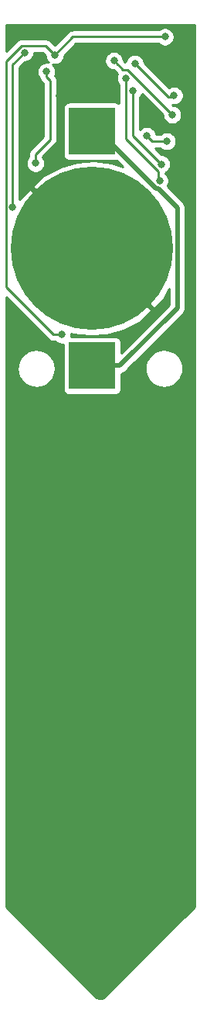
<source format=gbr>
G04 #@! TF.GenerationSoftware,KiCad,Pcbnew,(5.1.2-1)-1*
G04 #@! TF.CreationDate,2021-04-07T08:52:45+02:00*
G04 #@! TF.ProjectId,parasite,70617261-7369-4746-952e-6b696361645f,1.0.0*
G04 #@! TF.SameCoordinates,Original*
G04 #@! TF.FileFunction,Copper,L2,Bot*
G04 #@! TF.FilePolarity,Positive*
%FSLAX46Y46*%
G04 Gerber Fmt 4.6, Leading zero omitted, Abs format (unit mm)*
G04 Created by KiCad (PCBNEW (5.1.2-1)-1) date 2021-04-07 08:52:45*
%MOMM*%
%LPD*%
G04 APERTURE LIST*
%ADD10C,17.800000*%
%ADD11R,5.100000X5.100000*%
%ADD12C,0.800000*%
%ADD13C,0.250000*%
%ADD14C,0.500000*%
%ADD15C,0.254000*%
G04 APERTURE END LIST*
D10*
X67100000Y-54900000D03*
D11*
X67100000Y-42100000D03*
X67100000Y-67700000D03*
D12*
X68700000Y-60700000D03*
X65800000Y-61100000D03*
X74800000Y-53800000D03*
X74800000Y-54700000D03*
X71300000Y-52400000D03*
X72200000Y-52400000D03*
X63500000Y-51400000D03*
X63500000Y-50500000D03*
X63500000Y-49600000D03*
X67198744Y-55038241D03*
X64100000Y-55237500D03*
X65862500Y-55237500D03*
X63500000Y-38200000D03*
X64700000Y-38200000D03*
X65800000Y-38200000D03*
X67100000Y-38200000D03*
X67100000Y-67700000D03*
X67800000Y-67000000D03*
X68550000Y-66250000D03*
X63000000Y-33800000D03*
X75100000Y-31800000D03*
X63800000Y-64300000D03*
X62100000Y-35600000D03*
X60900000Y-45600000D03*
X58400000Y-50400000D03*
X59699999Y-33500000D03*
X71800000Y-34700000D03*
X76100000Y-38200000D03*
X69500000Y-34400000D03*
X75900000Y-40300000D03*
X69500000Y-34400000D03*
X75300000Y-43200000D03*
X73119000Y-42600000D03*
X74700000Y-45700000D03*
X71600000Y-37700000D03*
X70800000Y-36300000D03*
X74493886Y-47510431D03*
D13*
X63225000Y-38275000D02*
X63300000Y-38200000D01*
X63200000Y-38200000D02*
X64500000Y-38200000D01*
X65800000Y-38200000D02*
X67100000Y-38200000D01*
D14*
X76450001Y-61399999D02*
X76450001Y-50450001D01*
X70150000Y-67700000D02*
X76450001Y-61399999D01*
X67100000Y-67700000D02*
X70150000Y-67700000D01*
X67825453Y-42100000D02*
X67100000Y-42100000D01*
X74085885Y-48360432D02*
X67825453Y-42100000D01*
X74360432Y-48360432D02*
X74085885Y-48360432D01*
X76450001Y-50450001D02*
X74360432Y-48360432D01*
D13*
X65000000Y-31800000D02*
X75100000Y-31800000D01*
X63000000Y-33800000D02*
X65000000Y-31800000D01*
X62846998Y-64300000D02*
X63800000Y-64300000D01*
X59351998Y-32774999D02*
X57674999Y-34451998D01*
X57674999Y-59128001D02*
X62846998Y-64300000D01*
X57674999Y-34451998D02*
X57674999Y-59128001D01*
X61974999Y-32774999D02*
X59351998Y-32774999D01*
X63000000Y-33800000D02*
X61974999Y-32774999D01*
X62100000Y-36165685D02*
X62500000Y-36565685D01*
X62100000Y-35600000D02*
X62100000Y-36165685D01*
X62500000Y-36565685D02*
X62500000Y-43000000D01*
X62500000Y-43000000D02*
X60900000Y-44600000D01*
X60900000Y-44600000D02*
X60900000Y-45600000D01*
X58400000Y-34799999D02*
X58400000Y-50400000D01*
X59699999Y-33500000D02*
X58400000Y-34799999D01*
X71800000Y-34700000D02*
X75500000Y-38400000D01*
X75900000Y-38400000D02*
X76100000Y-38200000D01*
X75500000Y-38400000D02*
X75900000Y-38400000D01*
X71000001Y-35400001D02*
X75900000Y-40300000D01*
X69500000Y-34400000D02*
X69899999Y-34799999D01*
X70500001Y-35400001D02*
X69500000Y-34400000D01*
X71000001Y-35400001D02*
X70500001Y-35400001D01*
X73719000Y-43200000D02*
X73119000Y-42600000D01*
X75300000Y-43200000D02*
X73719000Y-43200000D01*
X74700000Y-45700000D02*
X71600000Y-42600000D01*
X71600000Y-42600000D02*
X71600000Y-37700000D01*
X74400000Y-47500000D02*
X74400000Y-46500000D01*
X74400000Y-46500000D02*
X70800000Y-42900000D01*
X70800000Y-42900000D02*
X70800000Y-36300000D01*
D15*
G36*
X78340001Y-126726618D02*
G01*
X68556139Y-136510479D01*
X68417802Y-136624109D01*
X68288623Y-136693375D01*
X68148451Y-136736230D01*
X68002623Y-136751043D01*
X67856695Y-136737248D01*
X67716222Y-136695371D01*
X67586563Y-136627010D01*
X67448982Y-136515599D01*
X57660000Y-126726620D01*
X57660000Y-68029240D01*
X58905990Y-68029240D01*
X58951550Y-68435412D01*
X59075134Y-68824999D01*
X59272036Y-69183162D01*
X59534755Y-69496259D01*
X59853285Y-69752364D01*
X60215494Y-69941721D01*
X60607583Y-70057120D01*
X61014620Y-70094163D01*
X61421100Y-70051440D01*
X61811541Y-69930579D01*
X62171070Y-69736182D01*
X62485993Y-69475655D01*
X62744315Y-69158920D01*
X62936197Y-68798043D01*
X63054330Y-68406768D01*
X63094214Y-68000000D01*
X63093397Y-67941526D01*
X63042171Y-67536030D01*
X62913160Y-67148206D01*
X62711276Y-66792827D01*
X62444211Y-66483429D01*
X62122136Y-66231797D01*
X61757319Y-66047514D01*
X61363656Y-65937602D01*
X60956142Y-65906245D01*
X60550298Y-65954639D01*
X60161583Y-66080940D01*
X59804804Y-66280338D01*
X59493549Y-66545237D01*
X59239674Y-66865547D01*
X59052849Y-67229068D01*
X58940191Y-67621954D01*
X58905990Y-68029240D01*
X57660000Y-68029240D01*
X57660000Y-60187803D01*
X62283199Y-64811003D01*
X62306997Y-64840001D01*
X62335995Y-64863799D01*
X62422721Y-64934974D01*
X62554751Y-65005546D01*
X62698012Y-65049003D01*
X62809665Y-65060000D01*
X62809674Y-65060000D01*
X62846997Y-65063676D01*
X62884320Y-65060000D01*
X63096289Y-65060000D01*
X63140226Y-65103937D01*
X63309744Y-65217205D01*
X63498102Y-65295226D01*
X63698061Y-65335000D01*
X63901939Y-65335000D01*
X63911928Y-65333013D01*
X63911928Y-70250000D01*
X63924188Y-70374482D01*
X63960498Y-70494180D01*
X64019463Y-70604494D01*
X64098815Y-70701185D01*
X64195506Y-70780537D01*
X64305820Y-70839502D01*
X64425518Y-70875812D01*
X64550000Y-70888072D01*
X69650000Y-70888072D01*
X69774482Y-70875812D01*
X69894180Y-70839502D01*
X70004494Y-70780537D01*
X70101185Y-70701185D01*
X70180537Y-70604494D01*
X70239502Y-70494180D01*
X70275812Y-70374482D01*
X70288072Y-70250000D01*
X70288072Y-68575683D01*
X70323490Y-68572195D01*
X70490313Y-68521589D01*
X70644059Y-68439411D01*
X70778817Y-68328817D01*
X70806534Y-68295044D01*
X71072338Y-68029240D01*
X72905990Y-68029240D01*
X72951550Y-68435412D01*
X73075134Y-68824999D01*
X73272036Y-69183162D01*
X73534755Y-69496259D01*
X73853285Y-69752364D01*
X74215494Y-69941721D01*
X74607583Y-70057120D01*
X75014620Y-70094163D01*
X75421100Y-70051440D01*
X75811541Y-69930579D01*
X76171070Y-69736182D01*
X76485993Y-69475655D01*
X76744315Y-69158920D01*
X76936197Y-68798043D01*
X77054330Y-68406768D01*
X77094214Y-68000000D01*
X77093397Y-67941526D01*
X77042171Y-67536030D01*
X76913160Y-67148206D01*
X76711276Y-66792827D01*
X76444211Y-66483429D01*
X76122136Y-66231797D01*
X75757319Y-66047514D01*
X75363656Y-65937602D01*
X74956142Y-65906245D01*
X74550298Y-65954639D01*
X74161583Y-66080940D01*
X73804804Y-66280338D01*
X73493549Y-66545237D01*
X73239674Y-66865547D01*
X73052849Y-67229068D01*
X72940191Y-67621954D01*
X72905990Y-68029240D01*
X71072338Y-68029240D01*
X77045052Y-62056527D01*
X77078818Y-62028816D01*
X77189412Y-61894058D01*
X77271590Y-61740312D01*
X77322196Y-61573489D01*
X77335001Y-61443476D01*
X77335001Y-61443468D01*
X77339282Y-61399999D01*
X77335001Y-61356530D01*
X77335001Y-50493470D01*
X77339282Y-50450001D01*
X77335001Y-50406532D01*
X77335001Y-50406524D01*
X77322196Y-50276511D01*
X77271590Y-50109688D01*
X77189412Y-49955942D01*
X77078818Y-49821184D01*
X77045050Y-49793471D01*
X75347474Y-48095896D01*
X75411091Y-48000687D01*
X75489112Y-47812329D01*
X75528886Y-47612370D01*
X75528886Y-47408492D01*
X75489112Y-47208533D01*
X75411091Y-47020175D01*
X75297823Y-46850657D01*
X75160000Y-46712834D01*
X75160000Y-46629738D01*
X75190256Y-46617205D01*
X75359774Y-46503937D01*
X75503937Y-46359774D01*
X75617205Y-46190256D01*
X75695226Y-46001898D01*
X75735000Y-45801939D01*
X75735000Y-45598061D01*
X75695226Y-45398102D01*
X75617205Y-45209744D01*
X75503937Y-45040226D01*
X75359774Y-44896063D01*
X75190256Y-44782795D01*
X75001898Y-44704774D01*
X74801939Y-44665000D01*
X74739802Y-44665000D01*
X74034802Y-43960000D01*
X74596289Y-43960000D01*
X74640226Y-44003937D01*
X74809744Y-44117205D01*
X74998102Y-44195226D01*
X75198061Y-44235000D01*
X75401939Y-44235000D01*
X75601898Y-44195226D01*
X75790256Y-44117205D01*
X75959774Y-44003937D01*
X76103937Y-43859774D01*
X76217205Y-43690256D01*
X76295226Y-43501898D01*
X76335000Y-43301939D01*
X76335000Y-43098061D01*
X76295226Y-42898102D01*
X76217205Y-42709744D01*
X76103937Y-42540226D01*
X75959774Y-42396063D01*
X75790256Y-42282795D01*
X75601898Y-42204774D01*
X75401939Y-42165000D01*
X75198061Y-42165000D01*
X74998102Y-42204774D01*
X74809744Y-42282795D01*
X74640226Y-42396063D01*
X74596289Y-42440000D01*
X74142451Y-42440000D01*
X74114226Y-42298102D01*
X74036205Y-42109744D01*
X73922937Y-41940226D01*
X73778774Y-41796063D01*
X73609256Y-41682795D01*
X73420898Y-41604774D01*
X73220939Y-41565000D01*
X73017061Y-41565000D01*
X72817102Y-41604774D01*
X72628744Y-41682795D01*
X72459226Y-41796063D01*
X72360000Y-41895289D01*
X72360000Y-38403711D01*
X72403937Y-38359774D01*
X72517205Y-38190256D01*
X72575271Y-38050073D01*
X74865000Y-40339802D01*
X74865000Y-40401939D01*
X74904774Y-40601898D01*
X74982795Y-40790256D01*
X75096063Y-40959774D01*
X75240226Y-41103937D01*
X75409744Y-41217205D01*
X75598102Y-41295226D01*
X75798061Y-41335000D01*
X76001939Y-41335000D01*
X76201898Y-41295226D01*
X76390256Y-41217205D01*
X76559774Y-41103937D01*
X76703937Y-40959774D01*
X76817205Y-40790256D01*
X76895226Y-40601898D01*
X76935000Y-40401939D01*
X76935000Y-40198061D01*
X76895226Y-39998102D01*
X76817205Y-39809744D01*
X76703937Y-39640226D01*
X76559774Y-39496063D01*
X76390256Y-39382795D01*
X76201898Y-39304774D01*
X76001939Y-39265000D01*
X75939802Y-39265000D01*
X75887887Y-39213085D01*
X75998061Y-39235000D01*
X76201939Y-39235000D01*
X76401898Y-39195226D01*
X76590256Y-39117205D01*
X76759774Y-39003937D01*
X76903937Y-38859774D01*
X77017205Y-38690256D01*
X77095226Y-38501898D01*
X77135000Y-38301939D01*
X77135000Y-38098061D01*
X77095226Y-37898102D01*
X77017205Y-37709744D01*
X76903937Y-37540226D01*
X76759774Y-37396063D01*
X76590256Y-37282795D01*
X76401898Y-37204774D01*
X76201939Y-37165000D01*
X75998061Y-37165000D01*
X75798102Y-37204774D01*
X75609744Y-37282795D01*
X75518538Y-37343736D01*
X72835000Y-34660199D01*
X72835000Y-34598061D01*
X72795226Y-34398102D01*
X72717205Y-34209744D01*
X72603937Y-34040226D01*
X72459774Y-33896063D01*
X72290256Y-33782795D01*
X72101898Y-33704774D01*
X71901939Y-33665000D01*
X71698061Y-33665000D01*
X71498102Y-33704774D01*
X71309744Y-33782795D01*
X71140226Y-33896063D01*
X70996063Y-34040226D01*
X70882795Y-34209744D01*
X70804774Y-34398102D01*
X70766305Y-34591503D01*
X70535000Y-34360199D01*
X70535000Y-34298061D01*
X70495226Y-34098102D01*
X70417205Y-33909744D01*
X70303937Y-33740226D01*
X70159774Y-33596063D01*
X69990256Y-33482795D01*
X69801898Y-33404774D01*
X69601939Y-33365000D01*
X69398061Y-33365000D01*
X69198102Y-33404774D01*
X69009744Y-33482795D01*
X68840226Y-33596063D01*
X68696063Y-33740226D01*
X68582795Y-33909744D01*
X68504774Y-34098102D01*
X68465000Y-34298061D01*
X68465000Y-34501939D01*
X68504774Y-34701898D01*
X68582795Y-34890256D01*
X68696063Y-35059774D01*
X68840226Y-35203937D01*
X69009744Y-35317205D01*
X69198102Y-35395226D01*
X69398061Y-35435000D01*
X69460199Y-35435000D01*
X69868779Y-35843581D01*
X69804774Y-35998102D01*
X69765000Y-36198061D01*
X69765000Y-36401939D01*
X69804774Y-36601898D01*
X69882795Y-36790256D01*
X69996063Y-36959774D01*
X70040001Y-37003712D01*
X70040001Y-39048602D01*
X70004494Y-39019463D01*
X69894180Y-38960498D01*
X69774482Y-38924188D01*
X69650000Y-38911928D01*
X64550000Y-38911928D01*
X64425518Y-38924188D01*
X64305820Y-38960498D01*
X64195506Y-39019463D01*
X64098815Y-39098815D01*
X64019463Y-39195506D01*
X63960498Y-39305820D01*
X63924188Y-39425518D01*
X63911928Y-39550000D01*
X63911928Y-44650000D01*
X63924188Y-44774482D01*
X63960498Y-44894180D01*
X64019463Y-45004494D01*
X64098815Y-45101185D01*
X64195506Y-45180537D01*
X64305820Y-45239502D01*
X64425518Y-45275812D01*
X64550000Y-45288072D01*
X69650000Y-45288072D01*
X69751910Y-45278035D01*
X70433997Y-45960123D01*
X69212984Y-45554762D01*
X67349218Y-45322106D01*
X65475875Y-45457522D01*
X63664946Y-45955808D01*
X61986024Y-46797814D01*
X61571590Y-47074730D01*
X60527775Y-48148170D01*
X67100000Y-54720395D01*
X67114143Y-54706253D01*
X67293748Y-54885858D01*
X67279605Y-54900000D01*
X73851830Y-61472225D01*
X74925270Y-60428410D01*
X75565001Y-59302989D01*
X75565001Y-61033420D01*
X70288072Y-66310350D01*
X70288072Y-65150000D01*
X70275812Y-65025518D01*
X70239502Y-64905820D01*
X70180537Y-64795506D01*
X70101185Y-64698815D01*
X70004494Y-64619463D01*
X69894180Y-64560498D01*
X69774482Y-64524188D01*
X69650000Y-64511928D01*
X64813122Y-64511928D01*
X64835000Y-64401939D01*
X64835000Y-64198061D01*
X64834299Y-64194538D01*
X64987016Y-64245238D01*
X66850782Y-64477894D01*
X68724125Y-64342478D01*
X70535054Y-63844192D01*
X72213976Y-63002186D01*
X72628410Y-62725270D01*
X73672225Y-61651830D01*
X67100000Y-55079605D01*
X67085858Y-55093748D01*
X66906253Y-54914143D01*
X66920395Y-54900000D01*
X60348170Y-48327775D01*
X59274730Y-49371590D01*
X59160000Y-49573424D01*
X59160000Y-35114800D01*
X59739801Y-34535000D01*
X59801938Y-34535000D01*
X60001897Y-34495226D01*
X60190255Y-34417205D01*
X60359773Y-34303937D01*
X60503936Y-34159774D01*
X60617204Y-33990256D01*
X60695225Y-33801898D01*
X60734999Y-33601939D01*
X60734999Y-33534999D01*
X61660198Y-33534999D01*
X61965000Y-33839802D01*
X61965000Y-33901939D01*
X62004774Y-34101898D01*
X62082795Y-34290256D01*
X62196063Y-34459774D01*
X62325958Y-34589669D01*
X62201939Y-34565000D01*
X61998061Y-34565000D01*
X61798102Y-34604774D01*
X61609744Y-34682795D01*
X61440226Y-34796063D01*
X61296063Y-34940226D01*
X61182795Y-35109744D01*
X61104774Y-35298102D01*
X61065000Y-35498061D01*
X61065000Y-35701939D01*
X61104774Y-35901898D01*
X61182795Y-36090256D01*
X61296063Y-36259774D01*
X61351013Y-36314724D01*
X61394454Y-36457932D01*
X61419037Y-36503921D01*
X61465026Y-36589961D01*
X61526610Y-36665000D01*
X61560000Y-36705686D01*
X61588998Y-36729484D01*
X61740000Y-36880487D01*
X61740001Y-42685197D01*
X60389003Y-44036196D01*
X60359999Y-44059999D01*
X60313052Y-44117205D01*
X60265026Y-44175724D01*
X60254602Y-44195226D01*
X60194454Y-44307754D01*
X60150997Y-44451015D01*
X60140000Y-44562668D01*
X60140000Y-44562678D01*
X60136324Y-44600000D01*
X60140000Y-44637323D01*
X60140000Y-44896289D01*
X60096063Y-44940226D01*
X59982795Y-45109744D01*
X59904774Y-45298102D01*
X59865000Y-45498061D01*
X59865000Y-45701939D01*
X59904774Y-45901898D01*
X59982795Y-46090256D01*
X60096063Y-46259774D01*
X60240226Y-46403937D01*
X60409744Y-46517205D01*
X60598102Y-46595226D01*
X60798061Y-46635000D01*
X61001939Y-46635000D01*
X61201898Y-46595226D01*
X61390256Y-46517205D01*
X61559774Y-46403937D01*
X61703937Y-46259774D01*
X61817205Y-46090256D01*
X61895226Y-45901898D01*
X61935000Y-45701939D01*
X61935000Y-45498061D01*
X61895226Y-45298102D01*
X61817205Y-45109744D01*
X61703937Y-44940226D01*
X61669256Y-44905545D01*
X63011003Y-43563799D01*
X63040001Y-43540001D01*
X63134974Y-43424276D01*
X63205546Y-43292247D01*
X63249003Y-43148986D01*
X63260000Y-43037333D01*
X63260000Y-43037325D01*
X63263676Y-43000000D01*
X63260000Y-42962675D01*
X63260000Y-36603007D01*
X63263676Y-36565684D01*
X63260000Y-36528361D01*
X63260000Y-36528352D01*
X63249003Y-36416699D01*
X63205546Y-36273438D01*
X63134974Y-36141409D01*
X63042627Y-36028883D01*
X63095226Y-35901898D01*
X63135000Y-35701939D01*
X63135000Y-35498061D01*
X63095226Y-35298102D01*
X63017205Y-35109744D01*
X62903937Y-34940226D01*
X62774042Y-34810331D01*
X62898061Y-34835000D01*
X63101939Y-34835000D01*
X63301898Y-34795226D01*
X63490256Y-34717205D01*
X63659774Y-34603937D01*
X63803937Y-34459774D01*
X63917205Y-34290256D01*
X63995226Y-34101898D01*
X64035000Y-33901939D01*
X64035000Y-33839801D01*
X65314802Y-32560000D01*
X74396289Y-32560000D01*
X74440226Y-32603937D01*
X74609744Y-32717205D01*
X74798102Y-32795226D01*
X74998061Y-32835000D01*
X75201939Y-32835000D01*
X75401898Y-32795226D01*
X75590256Y-32717205D01*
X75759774Y-32603937D01*
X75903937Y-32459774D01*
X76017205Y-32290256D01*
X76095226Y-32101898D01*
X76135000Y-31901939D01*
X76135000Y-31698061D01*
X76095226Y-31498102D01*
X76017205Y-31309744D01*
X75903937Y-31140226D01*
X75759774Y-30996063D01*
X75590256Y-30882795D01*
X75401898Y-30804774D01*
X75201939Y-30765000D01*
X74998061Y-30765000D01*
X74798102Y-30804774D01*
X74609744Y-30882795D01*
X74440226Y-30996063D01*
X74396289Y-31040000D01*
X65037322Y-31040000D01*
X64999999Y-31036324D01*
X64962676Y-31040000D01*
X64962667Y-31040000D01*
X64851014Y-31050997D01*
X64707753Y-31094454D01*
X64575723Y-31165026D01*
X64492083Y-31233668D01*
X64459999Y-31259999D01*
X64436201Y-31288997D01*
X63000000Y-32725199D01*
X62538803Y-32264001D01*
X62515000Y-32234998D01*
X62399275Y-32140025D01*
X62267246Y-32069453D01*
X62123985Y-32025996D01*
X62012332Y-32014999D01*
X62012321Y-32014999D01*
X61974999Y-32011323D01*
X61937677Y-32014999D01*
X59389323Y-32014999D01*
X59351998Y-32011323D01*
X59314673Y-32014999D01*
X59314665Y-32014999D01*
X59203012Y-32025996D01*
X59059751Y-32069453D01*
X58927722Y-32140025D01*
X58811997Y-32234998D01*
X58788199Y-32263996D01*
X57660000Y-33392196D01*
X57660000Y-30527000D01*
X78340000Y-30527000D01*
X78340001Y-126726618D01*
X78340001Y-126726618D01*
G37*
X78340001Y-126726618D02*
X68556139Y-136510479D01*
X68417802Y-136624109D01*
X68288623Y-136693375D01*
X68148451Y-136736230D01*
X68002623Y-136751043D01*
X67856695Y-136737248D01*
X67716222Y-136695371D01*
X67586563Y-136627010D01*
X67448982Y-136515599D01*
X57660000Y-126726620D01*
X57660000Y-68029240D01*
X58905990Y-68029240D01*
X58951550Y-68435412D01*
X59075134Y-68824999D01*
X59272036Y-69183162D01*
X59534755Y-69496259D01*
X59853285Y-69752364D01*
X60215494Y-69941721D01*
X60607583Y-70057120D01*
X61014620Y-70094163D01*
X61421100Y-70051440D01*
X61811541Y-69930579D01*
X62171070Y-69736182D01*
X62485993Y-69475655D01*
X62744315Y-69158920D01*
X62936197Y-68798043D01*
X63054330Y-68406768D01*
X63094214Y-68000000D01*
X63093397Y-67941526D01*
X63042171Y-67536030D01*
X62913160Y-67148206D01*
X62711276Y-66792827D01*
X62444211Y-66483429D01*
X62122136Y-66231797D01*
X61757319Y-66047514D01*
X61363656Y-65937602D01*
X60956142Y-65906245D01*
X60550298Y-65954639D01*
X60161583Y-66080940D01*
X59804804Y-66280338D01*
X59493549Y-66545237D01*
X59239674Y-66865547D01*
X59052849Y-67229068D01*
X58940191Y-67621954D01*
X58905990Y-68029240D01*
X57660000Y-68029240D01*
X57660000Y-60187803D01*
X62283199Y-64811003D01*
X62306997Y-64840001D01*
X62335995Y-64863799D01*
X62422721Y-64934974D01*
X62554751Y-65005546D01*
X62698012Y-65049003D01*
X62809665Y-65060000D01*
X62809674Y-65060000D01*
X62846997Y-65063676D01*
X62884320Y-65060000D01*
X63096289Y-65060000D01*
X63140226Y-65103937D01*
X63309744Y-65217205D01*
X63498102Y-65295226D01*
X63698061Y-65335000D01*
X63901939Y-65335000D01*
X63911928Y-65333013D01*
X63911928Y-70250000D01*
X63924188Y-70374482D01*
X63960498Y-70494180D01*
X64019463Y-70604494D01*
X64098815Y-70701185D01*
X64195506Y-70780537D01*
X64305820Y-70839502D01*
X64425518Y-70875812D01*
X64550000Y-70888072D01*
X69650000Y-70888072D01*
X69774482Y-70875812D01*
X69894180Y-70839502D01*
X70004494Y-70780537D01*
X70101185Y-70701185D01*
X70180537Y-70604494D01*
X70239502Y-70494180D01*
X70275812Y-70374482D01*
X70288072Y-70250000D01*
X70288072Y-68575683D01*
X70323490Y-68572195D01*
X70490313Y-68521589D01*
X70644059Y-68439411D01*
X70778817Y-68328817D01*
X70806534Y-68295044D01*
X71072338Y-68029240D01*
X72905990Y-68029240D01*
X72951550Y-68435412D01*
X73075134Y-68824999D01*
X73272036Y-69183162D01*
X73534755Y-69496259D01*
X73853285Y-69752364D01*
X74215494Y-69941721D01*
X74607583Y-70057120D01*
X75014620Y-70094163D01*
X75421100Y-70051440D01*
X75811541Y-69930579D01*
X76171070Y-69736182D01*
X76485993Y-69475655D01*
X76744315Y-69158920D01*
X76936197Y-68798043D01*
X77054330Y-68406768D01*
X77094214Y-68000000D01*
X77093397Y-67941526D01*
X77042171Y-67536030D01*
X76913160Y-67148206D01*
X76711276Y-66792827D01*
X76444211Y-66483429D01*
X76122136Y-66231797D01*
X75757319Y-66047514D01*
X75363656Y-65937602D01*
X74956142Y-65906245D01*
X74550298Y-65954639D01*
X74161583Y-66080940D01*
X73804804Y-66280338D01*
X73493549Y-66545237D01*
X73239674Y-66865547D01*
X73052849Y-67229068D01*
X72940191Y-67621954D01*
X72905990Y-68029240D01*
X71072338Y-68029240D01*
X77045052Y-62056527D01*
X77078818Y-62028816D01*
X77189412Y-61894058D01*
X77271590Y-61740312D01*
X77322196Y-61573489D01*
X77335001Y-61443476D01*
X77335001Y-61443468D01*
X77339282Y-61399999D01*
X77335001Y-61356530D01*
X77335001Y-50493470D01*
X77339282Y-50450001D01*
X77335001Y-50406532D01*
X77335001Y-50406524D01*
X77322196Y-50276511D01*
X77271590Y-50109688D01*
X77189412Y-49955942D01*
X77078818Y-49821184D01*
X77045050Y-49793471D01*
X75347474Y-48095896D01*
X75411091Y-48000687D01*
X75489112Y-47812329D01*
X75528886Y-47612370D01*
X75528886Y-47408492D01*
X75489112Y-47208533D01*
X75411091Y-47020175D01*
X75297823Y-46850657D01*
X75160000Y-46712834D01*
X75160000Y-46629738D01*
X75190256Y-46617205D01*
X75359774Y-46503937D01*
X75503937Y-46359774D01*
X75617205Y-46190256D01*
X75695226Y-46001898D01*
X75735000Y-45801939D01*
X75735000Y-45598061D01*
X75695226Y-45398102D01*
X75617205Y-45209744D01*
X75503937Y-45040226D01*
X75359774Y-44896063D01*
X75190256Y-44782795D01*
X75001898Y-44704774D01*
X74801939Y-44665000D01*
X74739802Y-44665000D01*
X74034802Y-43960000D01*
X74596289Y-43960000D01*
X74640226Y-44003937D01*
X74809744Y-44117205D01*
X74998102Y-44195226D01*
X75198061Y-44235000D01*
X75401939Y-44235000D01*
X75601898Y-44195226D01*
X75790256Y-44117205D01*
X75959774Y-44003937D01*
X76103937Y-43859774D01*
X76217205Y-43690256D01*
X76295226Y-43501898D01*
X76335000Y-43301939D01*
X76335000Y-43098061D01*
X76295226Y-42898102D01*
X76217205Y-42709744D01*
X76103937Y-42540226D01*
X75959774Y-42396063D01*
X75790256Y-42282795D01*
X75601898Y-42204774D01*
X75401939Y-42165000D01*
X75198061Y-42165000D01*
X74998102Y-42204774D01*
X74809744Y-42282795D01*
X74640226Y-42396063D01*
X74596289Y-42440000D01*
X74142451Y-42440000D01*
X74114226Y-42298102D01*
X74036205Y-42109744D01*
X73922937Y-41940226D01*
X73778774Y-41796063D01*
X73609256Y-41682795D01*
X73420898Y-41604774D01*
X73220939Y-41565000D01*
X73017061Y-41565000D01*
X72817102Y-41604774D01*
X72628744Y-41682795D01*
X72459226Y-41796063D01*
X72360000Y-41895289D01*
X72360000Y-38403711D01*
X72403937Y-38359774D01*
X72517205Y-38190256D01*
X72575271Y-38050073D01*
X74865000Y-40339802D01*
X74865000Y-40401939D01*
X74904774Y-40601898D01*
X74982795Y-40790256D01*
X75096063Y-40959774D01*
X75240226Y-41103937D01*
X75409744Y-41217205D01*
X75598102Y-41295226D01*
X75798061Y-41335000D01*
X76001939Y-41335000D01*
X76201898Y-41295226D01*
X76390256Y-41217205D01*
X76559774Y-41103937D01*
X76703937Y-40959774D01*
X76817205Y-40790256D01*
X76895226Y-40601898D01*
X76935000Y-40401939D01*
X76935000Y-40198061D01*
X76895226Y-39998102D01*
X76817205Y-39809744D01*
X76703937Y-39640226D01*
X76559774Y-39496063D01*
X76390256Y-39382795D01*
X76201898Y-39304774D01*
X76001939Y-39265000D01*
X75939802Y-39265000D01*
X75887887Y-39213085D01*
X75998061Y-39235000D01*
X76201939Y-39235000D01*
X76401898Y-39195226D01*
X76590256Y-39117205D01*
X76759774Y-39003937D01*
X76903937Y-38859774D01*
X77017205Y-38690256D01*
X77095226Y-38501898D01*
X77135000Y-38301939D01*
X77135000Y-38098061D01*
X77095226Y-37898102D01*
X77017205Y-37709744D01*
X76903937Y-37540226D01*
X76759774Y-37396063D01*
X76590256Y-37282795D01*
X76401898Y-37204774D01*
X76201939Y-37165000D01*
X75998061Y-37165000D01*
X75798102Y-37204774D01*
X75609744Y-37282795D01*
X75518538Y-37343736D01*
X72835000Y-34660199D01*
X72835000Y-34598061D01*
X72795226Y-34398102D01*
X72717205Y-34209744D01*
X72603937Y-34040226D01*
X72459774Y-33896063D01*
X72290256Y-33782795D01*
X72101898Y-33704774D01*
X71901939Y-33665000D01*
X71698061Y-33665000D01*
X71498102Y-33704774D01*
X71309744Y-33782795D01*
X71140226Y-33896063D01*
X70996063Y-34040226D01*
X70882795Y-34209744D01*
X70804774Y-34398102D01*
X70766305Y-34591503D01*
X70535000Y-34360199D01*
X70535000Y-34298061D01*
X70495226Y-34098102D01*
X70417205Y-33909744D01*
X70303937Y-33740226D01*
X70159774Y-33596063D01*
X69990256Y-33482795D01*
X69801898Y-33404774D01*
X69601939Y-33365000D01*
X69398061Y-33365000D01*
X69198102Y-33404774D01*
X69009744Y-33482795D01*
X68840226Y-33596063D01*
X68696063Y-33740226D01*
X68582795Y-33909744D01*
X68504774Y-34098102D01*
X68465000Y-34298061D01*
X68465000Y-34501939D01*
X68504774Y-34701898D01*
X68582795Y-34890256D01*
X68696063Y-35059774D01*
X68840226Y-35203937D01*
X69009744Y-35317205D01*
X69198102Y-35395226D01*
X69398061Y-35435000D01*
X69460199Y-35435000D01*
X69868779Y-35843581D01*
X69804774Y-35998102D01*
X69765000Y-36198061D01*
X69765000Y-36401939D01*
X69804774Y-36601898D01*
X69882795Y-36790256D01*
X69996063Y-36959774D01*
X70040001Y-37003712D01*
X70040001Y-39048602D01*
X70004494Y-39019463D01*
X69894180Y-38960498D01*
X69774482Y-38924188D01*
X69650000Y-38911928D01*
X64550000Y-38911928D01*
X64425518Y-38924188D01*
X64305820Y-38960498D01*
X64195506Y-39019463D01*
X64098815Y-39098815D01*
X64019463Y-39195506D01*
X63960498Y-39305820D01*
X63924188Y-39425518D01*
X63911928Y-39550000D01*
X63911928Y-44650000D01*
X63924188Y-44774482D01*
X63960498Y-44894180D01*
X64019463Y-45004494D01*
X64098815Y-45101185D01*
X64195506Y-45180537D01*
X64305820Y-45239502D01*
X64425518Y-45275812D01*
X64550000Y-45288072D01*
X69650000Y-45288072D01*
X69751910Y-45278035D01*
X70433997Y-45960123D01*
X69212984Y-45554762D01*
X67349218Y-45322106D01*
X65475875Y-45457522D01*
X63664946Y-45955808D01*
X61986024Y-46797814D01*
X61571590Y-47074730D01*
X60527775Y-48148170D01*
X67100000Y-54720395D01*
X67114143Y-54706253D01*
X67293748Y-54885858D01*
X67279605Y-54900000D01*
X73851830Y-61472225D01*
X74925270Y-60428410D01*
X75565001Y-59302989D01*
X75565001Y-61033420D01*
X70288072Y-66310350D01*
X70288072Y-65150000D01*
X70275812Y-65025518D01*
X70239502Y-64905820D01*
X70180537Y-64795506D01*
X70101185Y-64698815D01*
X70004494Y-64619463D01*
X69894180Y-64560498D01*
X69774482Y-64524188D01*
X69650000Y-64511928D01*
X64813122Y-64511928D01*
X64835000Y-64401939D01*
X64835000Y-64198061D01*
X64834299Y-64194538D01*
X64987016Y-64245238D01*
X66850782Y-64477894D01*
X68724125Y-64342478D01*
X70535054Y-63844192D01*
X72213976Y-63002186D01*
X72628410Y-62725270D01*
X73672225Y-61651830D01*
X67100000Y-55079605D01*
X67085858Y-55093748D01*
X66906253Y-54914143D01*
X66920395Y-54900000D01*
X60348170Y-48327775D01*
X59274730Y-49371590D01*
X59160000Y-49573424D01*
X59160000Y-35114800D01*
X59739801Y-34535000D01*
X59801938Y-34535000D01*
X60001897Y-34495226D01*
X60190255Y-34417205D01*
X60359773Y-34303937D01*
X60503936Y-34159774D01*
X60617204Y-33990256D01*
X60695225Y-33801898D01*
X60734999Y-33601939D01*
X60734999Y-33534999D01*
X61660198Y-33534999D01*
X61965000Y-33839802D01*
X61965000Y-33901939D01*
X62004774Y-34101898D01*
X62082795Y-34290256D01*
X62196063Y-34459774D01*
X62325958Y-34589669D01*
X62201939Y-34565000D01*
X61998061Y-34565000D01*
X61798102Y-34604774D01*
X61609744Y-34682795D01*
X61440226Y-34796063D01*
X61296063Y-34940226D01*
X61182795Y-35109744D01*
X61104774Y-35298102D01*
X61065000Y-35498061D01*
X61065000Y-35701939D01*
X61104774Y-35901898D01*
X61182795Y-36090256D01*
X61296063Y-36259774D01*
X61351013Y-36314724D01*
X61394454Y-36457932D01*
X61419037Y-36503921D01*
X61465026Y-36589961D01*
X61526610Y-36665000D01*
X61560000Y-36705686D01*
X61588998Y-36729484D01*
X61740000Y-36880487D01*
X61740001Y-42685197D01*
X60389003Y-44036196D01*
X60359999Y-44059999D01*
X60313052Y-44117205D01*
X60265026Y-44175724D01*
X60254602Y-44195226D01*
X60194454Y-44307754D01*
X60150997Y-44451015D01*
X60140000Y-44562668D01*
X60140000Y-44562678D01*
X60136324Y-44600000D01*
X60140000Y-44637323D01*
X60140000Y-44896289D01*
X60096063Y-44940226D01*
X59982795Y-45109744D01*
X59904774Y-45298102D01*
X59865000Y-45498061D01*
X59865000Y-45701939D01*
X59904774Y-45901898D01*
X59982795Y-46090256D01*
X60096063Y-46259774D01*
X60240226Y-46403937D01*
X60409744Y-46517205D01*
X60598102Y-46595226D01*
X60798061Y-46635000D01*
X61001939Y-46635000D01*
X61201898Y-46595226D01*
X61390256Y-46517205D01*
X61559774Y-46403937D01*
X61703937Y-46259774D01*
X61817205Y-46090256D01*
X61895226Y-45901898D01*
X61935000Y-45701939D01*
X61935000Y-45498061D01*
X61895226Y-45298102D01*
X61817205Y-45109744D01*
X61703937Y-44940226D01*
X61669256Y-44905545D01*
X63011003Y-43563799D01*
X63040001Y-43540001D01*
X63134974Y-43424276D01*
X63205546Y-43292247D01*
X63249003Y-43148986D01*
X63260000Y-43037333D01*
X63260000Y-43037325D01*
X63263676Y-43000000D01*
X63260000Y-42962675D01*
X63260000Y-36603007D01*
X63263676Y-36565684D01*
X63260000Y-36528361D01*
X63260000Y-36528352D01*
X63249003Y-36416699D01*
X63205546Y-36273438D01*
X63134974Y-36141409D01*
X63042627Y-36028883D01*
X63095226Y-35901898D01*
X63135000Y-35701939D01*
X63135000Y-35498061D01*
X63095226Y-35298102D01*
X63017205Y-35109744D01*
X62903937Y-34940226D01*
X62774042Y-34810331D01*
X62898061Y-34835000D01*
X63101939Y-34835000D01*
X63301898Y-34795226D01*
X63490256Y-34717205D01*
X63659774Y-34603937D01*
X63803937Y-34459774D01*
X63917205Y-34290256D01*
X63995226Y-34101898D01*
X64035000Y-33901939D01*
X64035000Y-33839801D01*
X65314802Y-32560000D01*
X74396289Y-32560000D01*
X74440226Y-32603937D01*
X74609744Y-32717205D01*
X74798102Y-32795226D01*
X74998061Y-32835000D01*
X75201939Y-32835000D01*
X75401898Y-32795226D01*
X75590256Y-32717205D01*
X75759774Y-32603937D01*
X75903937Y-32459774D01*
X76017205Y-32290256D01*
X76095226Y-32101898D01*
X76135000Y-31901939D01*
X76135000Y-31698061D01*
X76095226Y-31498102D01*
X76017205Y-31309744D01*
X75903937Y-31140226D01*
X75759774Y-30996063D01*
X75590256Y-30882795D01*
X75401898Y-30804774D01*
X75201939Y-30765000D01*
X74998061Y-30765000D01*
X74798102Y-30804774D01*
X74609744Y-30882795D01*
X74440226Y-30996063D01*
X74396289Y-31040000D01*
X65037322Y-31040000D01*
X64999999Y-31036324D01*
X64962676Y-31040000D01*
X64962667Y-31040000D01*
X64851014Y-31050997D01*
X64707753Y-31094454D01*
X64575723Y-31165026D01*
X64492083Y-31233668D01*
X64459999Y-31259999D01*
X64436201Y-31288997D01*
X63000000Y-32725199D01*
X62538803Y-32264001D01*
X62515000Y-32234998D01*
X62399275Y-32140025D01*
X62267246Y-32069453D01*
X62123985Y-32025996D01*
X62012332Y-32014999D01*
X62012321Y-32014999D01*
X61974999Y-32011323D01*
X61937677Y-32014999D01*
X59389323Y-32014999D01*
X59351998Y-32011323D01*
X59314673Y-32014999D01*
X59314665Y-32014999D01*
X59203012Y-32025996D01*
X59059751Y-32069453D01*
X58927722Y-32140025D01*
X58811997Y-32234998D01*
X58788199Y-32263996D01*
X57660000Y-33392196D01*
X57660000Y-30527000D01*
X78340000Y-30527000D01*
X78340001Y-126726618D01*
M02*

</source>
